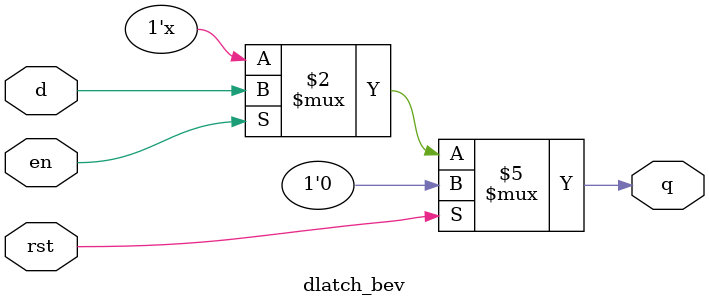
<source format=v>
module dlatch_bev (output reg q,input d,en,rst);
	always @ *
	begin
		if(rst)
			q<=1'b0;
		else
		begin 
			if(en)
				q<=d;
		end
	end
endmodule 
</source>
